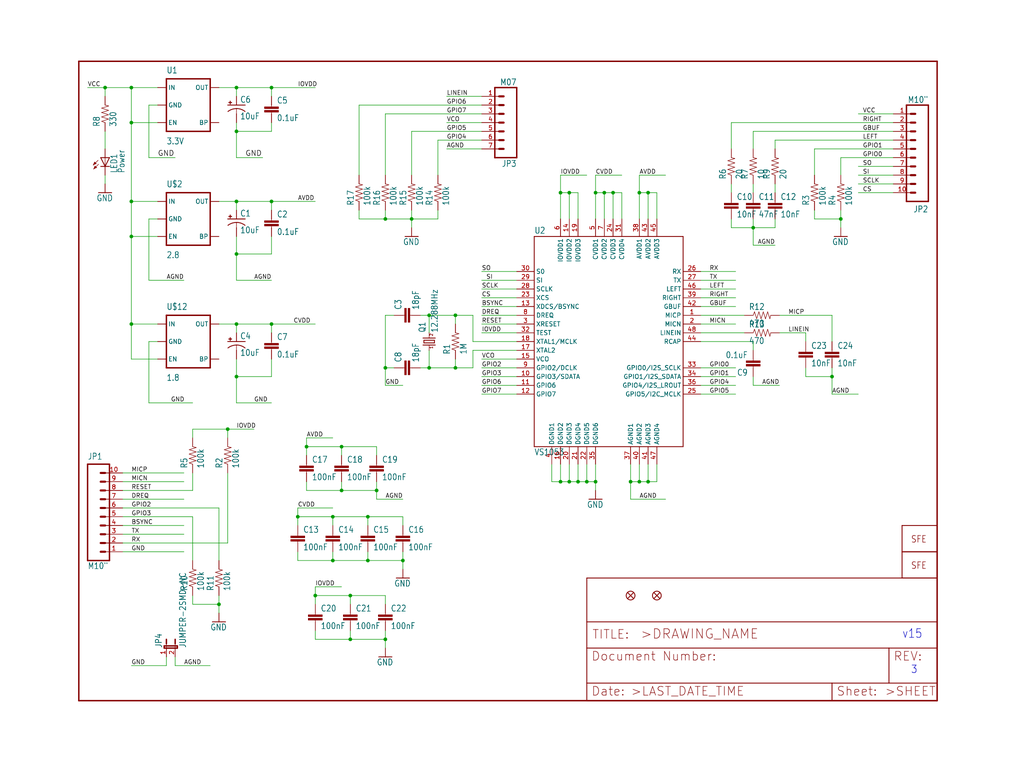
<source format=kicad_sch>
(kicad_sch (version 20211123) (generator eeschema)
  (paper "User" 297.002 223.926)
  (lib_symbols
    (symbol "schematicEagle-eagle-import:CAP0402-CAP"
      (property "Reference" "C" (at 1.524 2.921 0))
      (property "Value" "CAP0402-CAP" (at 1.524 -2.159 0))
      (symbol "CAP0402-CAP_1_0"
        (pin passive line (at 0 5.08 270) (length 2.54) (name "1") (number "1"))
        (pin passive line (at 0 -2.54 90) (length 2.54) (name "2") (number "2"))
      )
    )
    (symbol "schematicEagle-eagle-import:CAP_POL1206"
      (property "Reference" "C" (at 1.016 0.635 0))
      (property "Value" "CAP_POL1206" (at 1.016 -4.191 0))
      (symbol "CAP_POL1206_1_0"
        (pin passive line (at 0 2.54 270) (length 2.54) (name "+") (number "A"))
        (pin passive line (at 0 -5.08 90) (length 2.54) (name "-") (number "C"))
      )
    )
    (symbol "schematicEagle-eagle-import:CRYSTAL5X3"
      (property "Reference" "Y" (at 2.54 1.016 0))
      (property "Value" "CRYSTAL5X3" (at 2.54 -2.54 0))
      (symbol "CRYSTAL5X3_1_0"
        (text "1" (at -2.159 -1.143 0) (effects (font (size 0.8636 0.734)) (justify left bottom)))
        (text "2" (at 1.524 -1.143 0) (effects (font (size 0.8636 0.734)) (justify left bottom)))
        (pin passive line (at -2.54 0 0) (length 0) (name "1") (number "1"))
        (pin passive line (at 2.54 0 180) (length 0) (name "2") (number "3"))
      )
    )
    (symbol "schematicEagle-eagle-import:FIDUCIAL1X2")
    (symbol "schematicEagle-eagle-import:FRAME-LETTER"
      (symbol "FRAME-LETTER_2_0"
        (text ">DRAWING_NAME" (at 15.494 17.78 0) (effects (font (size 2.7432 2.7432)) (justify left bottom)))
        (text ">LAST_DATE_TIME" (at 12.7 1.27 0) (effects (font (size 2.54 2.54)) (justify left bottom)))
        (text ">SHEET" (at 86.36 1.27 0) (effects (font (size 2.54 2.54)) (justify left bottom)))
        (text "Date:" (at 1.27 1.27 0) (effects (font (size 2.54 2.54)) (justify left bottom)))
        (text "Document Number:" (at 1.27 11.43 0) (effects (font (size 2.54 2.54)) (justify left bottom)))
        (text "REV:" (at 88.9 11.43 0) (effects (font (size 2.54 2.54)) (justify left bottom)))
        (text "Sheet:" (at 72.39 1.27 0) (effects (font (size 2.54 2.54)) (justify left bottom)))
        (text "TITLE:" (at 1.524 17.78 0) (effects (font (size 2.54 2.54)) (justify left bottom)))
      )
    )
    (symbol "schematicEagle-eagle-import:GND" (power)
      (property "Value" "GND" (at -2.54 -2.54 0))
      (symbol "GND_1_0"
        (pin power_in line (at 0 2.54 270) (length 2.54) (name "GND") (number "1"))
      )
    )
    (symbol "schematicEagle-eagle-import:JUMPER-2SMD-NC"
      (property "Reference" "JP" (at -1.27 0 90))
      (property "Value" "JUMPER-2SMD-NC" (at 5.715 0 90))
      (symbol "JUMPER-2SMD-NC_1_0"
        (pin passive line (at 0 -2.54 90) (length 2.54) (name "1") (number "1"))
        (pin passive line (at 2.54 -2.54 90) (length 2.54) (name "2") (number "2"))
      )
    )
    (symbol "schematicEagle-eagle-import:LED0603"
      (property "Reference" "LED" (at 3.556 -4.572 90))
      (property "Value" "LED0603" (at 5.715 -4.572 90))
      (symbol "LED0603_1_0"
        (pin passive line (at 0 2.54 270) (length 2.54) (name "A") (number "A"))
        (pin passive line (at 0 -5.08 90) (length 2.54) (name "C") (number "C"))
      )
    )
    (symbol "schematicEagle-eagle-import:LOGO-SFENEW"
      (symbol "LOGO-SFENEW_1_0"
        (text "SFE" (at 0 0 0) (effects (font (size 1.9304 1.6408)) (justify left bottom)))
      )
    )
    (symbol "schematicEagle-eagle-import:LOGO-SFESK"
      (symbol "LOGO-SFESK_1_0"
        (text "SFE" (at 0 0 0) (effects (font (size 1.9304 1.6408)) (justify left bottom)))
      )
    )
    (symbol "schematicEagle-eagle-import:M07"
      (property "Reference" "JP" (at -5.08 13.462 0))
      (property "Value" "M07" (at -5.08 -10.16 0))
      (symbol "M07_1_0"
        (pin passive line (at 5.08 -5.08 180) (length 5.08) (name "1") (number "1"))
        (pin passive line (at 5.08 -2.54 180) (length 5.08) (name "2") (number "2"))
        (pin passive line (at 5.08 0 180) (length 5.08) (name "3") (number "3"))
        (pin passive line (at 5.08 2.54 180) (length 5.08) (name "4") (number "4"))
        (pin passive line (at 5.08 5.08 180) (length 5.08) (name "5") (number "5"))
        (pin passive line (at 5.08 7.62 180) (length 5.08) (name "6") (number "6"))
        (pin passive line (at 5.08 10.16 180) (length 5.08) (name "7") (number "7"))
      )
    )
    (symbol "schematicEagle-eagle-import:M10{dblquote}"
      (property "Reference" "JP" (at 0 8.89 0))
      (property "Value" "M10{dblquote}" (at 0 -22.86 0))
      (symbol "M10{dblquote}_1_0"
        (pin passive line (at 10.16 -17.78 180) (length 5.08) (name "1") (number "1"))
        (pin passive line (at 10.16 5.08 180) (length 5.08) (name "10") (number "10"))
        (pin passive line (at 10.16 -15.24 180) (length 5.08) (name "2") (number "2"))
        (pin passive line (at 10.16 -12.7 180) (length 5.08) (name "3") (number "3"))
        (pin passive line (at 10.16 -10.16 180) (length 5.08) (name "4") (number "4"))
        (pin passive line (at 10.16 -7.62 180) (length 5.08) (name "5") (number "5"))
        (pin passive line (at 10.16 -5.08 180) (length 5.08) (name "6") (number "6"))
        (pin passive line (at 10.16 -2.54 180) (length 5.08) (name "7") (number "7"))
        (pin passive line (at 10.16 0 180) (length 5.08) (name "8") (number "8"))
        (pin passive line (at 10.16 2.54 180) (length 5.08) (name "9") (number "9"))
      )
    )
    (symbol "schematicEagle-eagle-import:RESISTOR0402-RES"
      (property "Reference" "R" (at -3.81 1.4986 0))
      (property "Value" "RESISTOR0402-RES" (at -3.81 -3.302 0))
      (symbol "RESISTOR0402-RES_1_0"
        (pin passive line (at -5.08 0 0) (length 2.54) (name "1") (number "1"))
        (pin passive line (at 5.08 0 180) (length 2.54) (name "2") (number "2"))
      )
    )
    (symbol "schematicEagle-eagle-import:VS1033"
      (property "Reference" "U" (at 0 61.722 0))
      (property "Value" "VS1033" (at 0 -2.54 0))
      (symbol "VS1033_1_0"
        (pin bidirectional line (at 48.26 38.1 180) (length 5.08) (name "MICP") (number "1"))
        (pin bidirectional line (at -5.08 20.32 0) (length 5.08) (name "GPIO3/SDATA") (number "10"))
        (pin bidirectional line (at -5.08 17.78 0) (length 5.08) (name "GPIO6") (number "11"))
        (pin bidirectional line (at -5.08 15.24 0) (length 5.08) (name "GPIO7") (number "12"))
        (pin bidirectional line (at -5.08 40.64 0) (length 5.08) (name "XDCS/BSYNC") (number "13"))
        (pin bidirectional line (at 10.16 66.04 270) (length 5.08) (name "IOVDD2") (number "14"))
        (pin bidirectional line (at -5.08 25.4 0) (length 5.08) (name "VCO") (number "15"))
        (pin bidirectional line (at 7.62 -5.08 90) (length 5.08) (name "DGND2") (number "16"))
        (pin bidirectional line (at -5.08 27.94 0) (length 5.08) (name "XTAL2") (number "17"))
        (pin bidirectional line (at -5.08 30.48 0) (length 5.08) (name "XTAL1/MCLK") (number "18"))
        (pin bidirectional line (at 12.7 66.04 270) (length 5.08) (name "IOVDD3") (number "19"))
        (pin bidirectional line (at 48.26 35.56 180) (length 5.08) (name "MICN") (number "2"))
        (pin bidirectional line (at 10.16 -5.08 90) (length 5.08) (name "DGND3") (number "20"))
        (pin bidirectional line (at 12.7 -5.08 90) (length 5.08) (name "DGND4") (number "21"))
        (pin bidirectional line (at 15.24 -5.08 90) (length 5.08) (name "DGND5") (number "22"))
        (pin bidirectional line (at -5.08 43.18 0) (length 5.08) (name "XCS") (number "23"))
        (pin bidirectional line (at 22.86 66.04 270) (length 5.08) (name "CVDD3") (number "24"))
        (pin bidirectional line (at 48.26 15.24 180) (length 5.08) (name "GPIO5/I2C_MCLK") (number "25"))
        (pin bidirectional line (at 48.26 50.8 180) (length 5.08) (name "RX") (number "26"))
        (pin bidirectional line (at 48.26 48.26 180) (length 5.08) (name "TX") (number "27"))
        (pin bidirectional line (at -5.08 45.72 0) (length 5.08) (name "SCLK") (number "28"))
        (pin bidirectional line (at -5.08 48.26 0) (length 5.08) (name "SI") (number "29"))
        (pin bidirectional line (at -5.08 35.56 0) (length 5.08) (name "XRESET") (number "3"))
        (pin bidirectional line (at -5.08 50.8 0) (length 5.08) (name "S0") (number "30"))
        (pin bidirectional line (at 25.4 66.04 270) (length 5.08) (name "CVDD4") (number "31"))
        (pin bidirectional line (at -5.08 33.02 0) (length 5.08) (name "TEST") (number "32"))
        (pin bidirectional line (at 48.26 22.86 180) (length 5.08) (name "GPIO0/I2S_SCLK") (number "33"))
        (pin bidirectional line (at 48.26 20.32 180) (length 5.08) (name "GPIO1/I2S_SDATA") (number "34"))
        (pin bidirectional line (at 17.78 -5.08 90) (length 5.08) (name "DGND6") (number "35"))
        (pin bidirectional line (at 48.26 17.78 180) (length 5.08) (name "GPIO4/I2S_LROUT") (number "36"))
        (pin bidirectional line (at 27.94 -5.08 90) (length 5.08) (name "AGND1") (number "37"))
        (pin bidirectional line (at 30.48 66.04 270) (length 5.08) (name "AVDD1") (number "38"))
        (pin bidirectional line (at 48.26 43.18 180) (length 5.08) (name "RIGHT") (number "39"))
        (pin bidirectional line (at 5.08 -5.08 90) (length 5.08) (name "DGND1") (number "4"))
        (pin bidirectional line (at 30.48 -5.08 90) (length 5.08) (name "AGND2") (number "40"))
        (pin bidirectional line (at 33.02 -5.08 90) (length 5.08) (name "AGND3") (number "41"))
        (pin bidirectional line (at 48.26 40.64 180) (length 5.08) (name "GBUF") (number "42"))
        (pin bidirectional line (at 33.02 66.04 270) (length 5.08) (name "AVDD2") (number "43"))
        (pin bidirectional line (at 48.26 30.48 180) (length 5.08) (name "RCAP") (number "44"))
        (pin bidirectional line (at 35.56 66.04 270) (length 5.08) (name "AVDD3") (number "45"))
        (pin bidirectional line (at 48.26 45.72 180) (length 5.08) (name "LEFT") (number "46"))
        (pin bidirectional line (at 35.56 -5.08 90) (length 5.08) (name "AGND4") (number "47"))
        (pin bidirectional line (at 48.26 33.02 180) (length 5.08) (name "LINEIN") (number "48"))
        (pin bidirectional line (at 17.78 66.04 270) (length 5.08) (name "CVDD1") (number "5"))
        (pin bidirectional line (at 7.62 66.04 270) (length 5.08) (name "IOVDD1") (number "6"))
        (pin bidirectional line (at 20.32 66.04 270) (length 5.08) (name "CVDD2") (number "7"))
        (pin bidirectional line (at -5.08 38.1 0) (length 5.08) (name "DREQ") (number "8"))
        (pin bidirectional line (at -5.08 22.86 0) (length 5.08) (name "GPIO2/DCLK") (number "9"))
      )
    )
    (symbol "schematicEagle-eagle-import:V_REG_LDOSMD"
      (property "Reference" "U" (at -7.62 9.144 0))
      (property "Value" "V_REG_LDOSMD" (at -7.62 -11.43 0))
      (symbol "V_REG_LDOSMD_1_0"
        (pin input line (at -10.16 5.08 0) (length 2.54) (name "IN") (number "1"))
        (pin input line (at -10.16 0 0) (length 2.54) (name "GND") (number "2"))
        (pin input line (at -10.16 -5.08 0) (length 2.54) (name "EN") (number "3"))
        (pin input line (at 7.62 -5.08 180) (length 2.54) (name "BP") (number "4"))
        (pin passive line (at 7.62 5.08 180) (length 2.54) (name "OUT") (number "5"))
      )
    )
    (symbol "schematicEagle-eagle-import:V_REG_LDOSMD2"
      (property "Reference" "U" (at -7.62 9.144 0))
      (property "Value" "V_REG_LDOSMD2" (at -7.62 -11.43 0))
      (symbol "V_REG_LDOSMD2_1_0"
        (pin input line (at -10.16 5.08 0) (length 2.54) (name "IN") (number "1"))
        (pin input line (at -10.16 0 0) (length 2.54) (name "GND") (number "2"))
        (pin input line (at -10.16 -5.08 0) (length 2.54) (name "EN") (number "3"))
        (pin input line (at 7.62 -5.08 180) (length 2.54) (name "BP") (number "4"))
        (pin passive line (at 7.62 5.08 180) (length 2.54) (name "OUT") (number "5"))
      )
    )
  )
  (junction (at 109.22 142.24))
  (junction (at 30.48 25.4))
  (junction (at 88.9 129.54))
  (junction (at 96.52 149.86))
  (junction (at 106.68 162.56))
  (junction (at 177.8 55.88))
  (junction (at 167.64 139.7))
  (junction (at 68.58 58.42))
  (junction (at 66.04 124.46))
  (junction (at 165.1 139.7))
  (junction (at 38.1 58.42))
  (junction (at 101.6 172.72))
  (junction (at 165.1 55.88))
  (junction (at 172.72 139.7))
  (junction (at 106.68 149.86))
  (junction (at 99.06 129.54))
  (junction (at 68.58 25.4))
  (junction (at 38.1 35.56))
  (junction (at 218.44 66.04))
  (junction (at 124.46 91.44))
  (junction (at 111.76 63.5))
  (junction (at 132.08 106.68))
  (junction (at 187.96 139.7))
  (junction (at 182.88 139.7))
  (junction (at 116.84 162.56))
  (junction (at 78.74 58.42))
  (junction (at 170.18 139.7))
  (junction (at 119.38 63.5))
  (junction (at 78.74 25.4))
  (junction (at 187.96 55.88))
  (junction (at 111.76 185.42))
  (junction (at 68.58 73.66))
  (junction (at 96.52 162.56))
  (junction (at 38.1 68.58))
  (junction (at 185.42 55.88))
  (junction (at 101.6 185.42))
  (junction (at 124.46 106.68))
  (junction (at 78.74 93.98))
  (junction (at 38.1 25.4))
  (junction (at 241.3 109.22))
  (junction (at 91.44 172.72))
  (junction (at 175.26 55.88))
  (junction (at 162.56 139.7))
  (junction (at 111.76 106.68))
  (junction (at 68.58 109.22))
  (junction (at 185.42 139.7))
  (junction (at 38.1 93.98))
  (junction (at 162.56 55.88))
  (junction (at 68.58 38.1))
  (junction (at 99.06 142.24))
  (junction (at 86.36 149.86))
  (junction (at 172.72 55.88))
  (junction (at 132.08 91.44))
  (junction (at 68.58 93.98))
  (junction (at 243.84 63.5))
  (junction (at 63.5 175.26))
  (wire (pts (xy 119.38 38.1) (xy 139.7 38.1)))
  (wire (pts (xy 68.58 60.96) (xy 68.58 58.42)))
  (wire (pts (xy 104.14 30.48) (xy 104.14 50.8)))
  (wire (pts (xy 170.18 134.62) (xy 170.18 139.7)))
  (wire (pts (xy 175.26 55.88) (xy 172.72 55.88)))
  (wire (pts (xy 35.56 142.24) (xy 55.88 142.24)))
  (wire (pts (xy 106.68 162.56) (xy 106.68 160.02)))
  (wire (pts (xy 63.5 175.26) (xy 63.5 177.8)))
  (wire (pts (xy 111.76 111.76) (xy 116.84 111.76)))
  (wire (pts (xy 162.56 134.62) (xy 162.56 139.7)))
  (wire (pts (xy 88.9 132.08) (xy 88.9 129.54)))
  (wire (pts (xy 236.22 43.18) (xy 259.08 43.18)))
  (wire (pts (xy 149.86 109.22) (xy 139.7 109.22)))
  (wire (pts (xy 124.46 96.52) (xy 124.46 91.44)))
  (wire (pts (xy 78.74 27.94) (xy 78.74 25.4)))
  (wire (pts (xy 212.09 66.04) (xy 212.09 63.5)))
  (wire (pts (xy 101.6 175.26) (xy 101.6 172.72)))
  (wire (pts (xy 55.88 124.46) (xy 66.04 124.46)))
  (wire (pts (xy 241.3 91.44) (xy 226.06 91.44)))
  (wire (pts (xy 224.79 53.34) (xy 224.79 55.88)))
  (wire (pts (xy 106.68 149.86) (xy 96.52 149.86)))
  (wire (pts (xy 106.68 162.56) (xy 116.84 162.56)))
  (wire (pts (xy 55.88 142.24) (xy 55.88 137.16)))
  (wire (pts (xy 96.52 152.4) (xy 96.52 149.86)))
  (wire (pts (xy 203.2 109.22) (xy 213.36 109.22)))
  (wire (pts (xy 149.86 96.52) (xy 139.7 96.52)))
  (wire (pts (xy 43.18 45.72) (xy 50.8 45.72)))
  (wire (pts (xy 236.22 63.5) (xy 243.84 63.5)))
  (wire (pts (xy 259.08 33.02) (xy 248.92 33.02)))
  (wire (pts (xy 68.58 109.22) (xy 68.58 116.84)))
  (wire (pts (xy 111.76 106.68) (xy 111.76 111.76)))
  (wire (pts (xy 88.9 139.7) (xy 88.9 142.24)))
  (wire (pts (xy 78.74 60.96) (xy 78.74 58.42)))
  (wire (pts (xy 30.48 25.4) (xy 25.4 25.4)))
  (wire (pts (xy 35.56 144.78) (xy 53.34 144.78)))
  (wire (pts (xy 124.46 101.6) (xy 124.46 106.68)))
  (wire (pts (xy 177.8 55.88) (xy 175.26 55.88)))
  (wire (pts (xy 241.3 114.3) (xy 248.92 114.3)))
  (wire (pts (xy 218.44 66.04) (xy 212.09 66.04)))
  (wire (pts (xy 180.34 55.88) (xy 177.8 55.88)))
  (wire (pts (xy 63.5 172.72) (xy 63.5 175.26)))
  (wire (pts (xy 185.42 55.88) (xy 187.96 55.88)))
  (wire (pts (xy 68.58 81.28) (xy 78.74 81.28)))
  (wire (pts (xy 241.3 114.3) (xy 241.3 109.22)))
  (wire (pts (xy 187.96 55.88) (xy 190.5 55.88)))
  (wire (pts (xy 218.44 63.5) (xy 218.44 66.04)))
  (wire (pts (xy 119.38 63.5) (xy 119.38 66.04)))
  (wire (pts (xy 149.86 86.36) (xy 139.7 86.36)))
  (wire (pts (xy 63.5 93.98) (xy 68.58 93.98)))
  (wire (pts (xy 78.74 68.58) (xy 78.74 73.66)))
  (wire (pts (xy 218.44 111.76) (xy 226.06 111.76)))
  (wire (pts (xy 167.64 139.7) (xy 170.18 139.7)))
  (wire (pts (xy 127 40.64) (xy 139.7 40.64)))
  (wire (pts (xy 172.72 142.24) (xy 172.72 139.7)))
  (wire (pts (xy 43.18 30.48) (xy 43.18 45.72)))
  (wire (pts (xy 149.86 106.68) (xy 139.7 106.68)))
  (wire (pts (xy 149.86 88.9) (xy 139.7 88.9)))
  (wire (pts (xy 172.72 55.88) (xy 172.72 63.5)))
  (wire (pts (xy 137.16 91.44) (xy 137.16 99.06)))
  (wire (pts (xy 203.2 86.36) (xy 213.36 86.36)))
  (wire (pts (xy 91.44 185.42) (xy 101.6 185.42)))
  (wire (pts (xy 43.18 63.5) (xy 43.18 81.28)))
  (wire (pts (xy 241.3 109.22) (xy 233.68 109.22)))
  (wire (pts (xy 259.08 48.26) (xy 248.92 48.26)))
  (wire (pts (xy 203.2 88.9) (xy 213.36 88.9)))
  (wire (pts (xy 91.44 170.18) (xy 99.06 170.18)))
  (wire (pts (xy 190.5 139.7) (xy 190.5 134.62)))
  (wire (pts (xy 96.52 162.56) (xy 96.52 160.02)))
  (wire (pts (xy 99.06 129.54) (xy 109.22 129.54)))
  (wire (pts (xy 55.88 172.72) (xy 55.88 175.26)))
  (wire (pts (xy 162.56 50.8) (xy 170.18 50.8)))
  (wire (pts (xy 185.42 139.7) (xy 187.96 139.7)))
  (wire (pts (xy 45.72 104.14) (xy 38.1 104.14)))
  (wire (pts (xy 132.08 104.14) (xy 132.08 106.68)))
  (wire (pts (xy 106.68 152.4) (xy 106.68 149.86)))
  (wire (pts (xy 63.5 147.32) (xy 63.5 162.56)))
  (wire (pts (xy 88.9 142.24) (xy 99.06 142.24)))
  (wire (pts (xy 203.2 114.3) (xy 213.36 114.3)))
  (wire (pts (xy 259.08 50.8) (xy 248.92 50.8)))
  (wire (pts (xy 35.56 152.4) (xy 53.34 152.4)))
  (wire (pts (xy 101.6 185.42) (xy 111.76 185.42)))
  (wire (pts (xy 124.46 106.68) (xy 121.92 106.68)))
  (wire (pts (xy 190.5 55.88) (xy 190.5 63.5)))
  (wire (pts (xy 175.26 63.5) (xy 175.26 55.88)))
  (wire (pts (xy 259.08 55.88) (xy 248.92 55.88)))
  (wire (pts (xy 86.36 162.56) (xy 96.52 162.56)))
  (wire (pts (xy 119.38 38.1) (xy 119.38 50.8)))
  (wire (pts (xy 68.58 25.4) (xy 78.74 25.4)))
  (wire (pts (xy 160.02 139.7) (xy 162.56 139.7)))
  (wire (pts (xy 119.38 63.5) (xy 127 63.5)))
  (wire (pts (xy 55.88 127) (xy 55.88 124.46)))
  (wire (pts (xy 215.9 96.52) (xy 203.2 96.52)))
  (wire (pts (xy 172.72 134.62) (xy 172.72 139.7)))
  (wire (pts (xy 35.56 154.94) (xy 53.34 154.94)))
  (wire (pts (xy 68.58 45.72) (xy 76.2 45.72)))
  (wire (pts (xy 78.74 96.52) (xy 78.74 93.98)))
  (wire (pts (xy 86.36 147.32) (xy 96.52 147.32)))
  (wire (pts (xy 45.72 35.56) (xy 38.1 35.56)))
  (wire (pts (xy 233.68 96.52) (xy 233.68 99.06)))
  (wire (pts (xy 182.88 139.7) (xy 182.88 144.78)))
  (wire (pts (xy 30.48 43.18) (xy 30.48 38.1)))
  (wire (pts (xy 182.88 134.62) (xy 182.88 139.7)))
  (wire (pts (xy 177.8 63.5) (xy 177.8 55.88)))
  (wire (pts (xy 45.72 30.48) (xy 43.18 30.48)))
  (wire (pts (xy 91.44 175.26) (xy 91.44 172.72)))
  (wire (pts (xy 109.22 142.24) (xy 109.22 139.7)))
  (wire (pts (xy 162.56 139.7) (xy 165.1 139.7)))
  (wire (pts (xy 86.36 160.02) (xy 86.36 162.56)))
  (wire (pts (xy 30.48 25.4) (xy 30.48 27.94)))
  (wire (pts (xy 111.76 106.68) (xy 114.3 106.68)))
  (wire (pts (xy 167.64 134.62) (xy 167.64 139.7)))
  (wire (pts (xy 187.96 63.5) (xy 187.96 55.88)))
  (wire (pts (xy 185.42 134.62) (xy 185.42 139.7)))
  (wire (pts (xy 68.58 38.1) (xy 68.58 45.72)))
  (wire (pts (xy 224.79 40.64) (xy 259.08 40.64)))
  (wire (pts (xy 91.44 182.88) (xy 91.44 185.42)))
  (wire (pts (xy 127 40.64) (xy 127 50.8)))
  (wire (pts (xy 68.58 58.42) (xy 78.74 58.42)))
  (wire (pts (xy 38.1 35.56) (xy 38.1 25.4)))
  (wire (pts (xy 78.74 35.56) (xy 78.74 38.1)))
  (wire (pts (xy 38.1 104.14) (xy 38.1 93.98)))
  (wire (pts (xy 116.84 152.4) (xy 116.84 149.86)))
  (wire (pts (xy 132.08 91.44) (xy 137.16 91.44)))
  (wire (pts (xy 96.52 149.86) (xy 86.36 149.86)))
  (wire (pts (xy 243.84 45.72) (xy 259.08 45.72)))
  (wire (pts (xy 124.46 91.44) (xy 132.08 91.44)))
  (wire (pts (xy 212.09 43.18) (xy 212.09 35.56)))
  (wire (pts (xy 68.58 27.94) (xy 68.58 25.4)))
  (wire (pts (xy 139.7 27.94) (xy 129.54 27.94)))
  (wire (pts (xy 50.8 193.04) (xy 60.96 193.04)))
  (wire (pts (xy 38.1 35.56) (xy 38.1 58.42)))
  (wire (pts (xy 215.9 91.44) (xy 203.2 91.44)))
  (wire (pts (xy 68.58 68.58) (xy 68.58 73.66)))
  (wire (pts (xy 172.72 55.88) (xy 172.72 50.8)))
  (wire (pts (xy 119.38 63.5) (xy 119.38 60.96)))
  (wire (pts (xy 224.79 66.04) (xy 218.44 66.04)))
  (wire (pts (xy 185.42 63.5) (xy 185.42 55.88)))
  (wire (pts (xy 78.74 73.66) (xy 68.58 73.66)))
  (wire (pts (xy 165.1 139.7) (xy 167.64 139.7)))
  (wire (pts (xy 109.22 144.78) (xy 116.84 144.78)))
  (wire (pts (xy 212.09 53.34) (xy 212.09 55.88)))
  (wire (pts (xy 111.76 33.02) (xy 139.7 33.02)))
  (wire (pts (xy 167.64 55.88) (xy 165.1 55.88)))
  (wire (pts (xy 91.44 172.72) (xy 101.6 172.72)))
  (wire (pts (xy 45.72 99.06) (xy 43.18 99.06)))
  (wire (pts (xy 50.8 190.5) (xy 50.8 193.04)))
  (wire (pts (xy 137.16 101.6) (xy 137.16 106.68)))
  (wire (pts (xy 111.76 63.5) (xy 111.76 60.96)))
  (wire (pts (xy 43.18 81.28) (xy 53.34 81.28)))
  (wire (pts (xy 55.88 149.86) (xy 55.88 162.56)))
  (wire (pts (xy 68.58 93.98) (xy 78.74 93.98)))
  (wire (pts (xy 78.74 38.1) (xy 68.58 38.1)))
  (wire (pts (xy 243.84 60.96) (xy 243.84 63.5)))
  (wire (pts (xy 88.9 129.54) (xy 88.9 127)))
  (wire (pts (xy 35.56 147.32) (xy 63.5 147.32)))
  (wire (pts (xy 78.74 109.22) (xy 78.74 104.14)))
  (wire (pts (xy 35.56 149.86) (xy 55.88 149.86)))
  (wire (pts (xy 243.84 63.5) (xy 243.84 66.04)))
  (wire (pts (xy 218.44 109.22) (xy 218.44 111.76)))
  (wire (pts (xy 170.18 139.7) (xy 172.72 139.7)))
  (wire (pts (xy 86.36 149.86) (xy 86.36 152.4)))
  (wire (pts (xy 149.86 83.82) (xy 139.7 83.82)))
  (wire (pts (xy 224.79 43.18) (xy 224.79 40.64)))
  (wire (pts (xy 48.26 193.04) (xy 38.1 193.04)))
  (wire (pts (xy 162.56 55.88) (xy 162.56 50.8)))
  (wire (pts (xy 68.58 73.66) (xy 68.58 81.28)))
  (wire (pts (xy 160.02 134.62) (xy 160.02 139.7)))
  (wire (pts (xy 203.2 81.28) (xy 213.36 81.28)))
  (wire (pts (xy 38.1 93.98) (xy 38.1 68.58)))
  (wire (pts (xy 68.58 35.56) (xy 68.58 38.1)))
  (wire (pts (xy 218.44 38.1) (xy 218.44 43.18)))
  (wire (pts (xy 182.88 144.78) (xy 193.04 144.78)))
  (wire (pts (xy 68.58 116.84) (xy 78.74 116.84)))
  (wire (pts (xy 187.96 139.7) (xy 190.5 139.7)))
  (wire (pts (xy 86.36 149.86) (xy 86.36 147.32)))
  (wire (pts (xy 78.74 93.98) (xy 91.44 93.98)))
  (wire (pts (xy 241.3 109.22) (xy 241.3 106.68)))
  (wire (pts (xy 180.34 63.5) (xy 180.34 55.88)))
  (wire (pts (xy 68.58 96.52) (xy 68.58 93.98)))
  (wire (pts (xy 259.08 53.34) (xy 248.92 53.34)))
  (wire (pts (xy 116.84 165.1) (xy 116.84 162.56)))
  (wire (pts (xy 111.76 91.44) (xy 111.76 106.68)))
  (wire (pts (xy 218.44 53.34) (xy 218.44 55.88)))
  (wire (pts (xy 109.22 144.78) (xy 109.22 142.24)))
  (wire (pts (xy 172.72 50.8) (xy 180.34 50.8)))
  (wire (pts (xy 149.86 81.28) (xy 139.7 81.28)))
  (wire (pts (xy 132.08 93.98) (xy 132.08 91.44)))
  (wire (pts (xy 35.56 157.48) (xy 66.04 157.48)))
  (wire (pts (xy 226.06 96.52) (xy 233.68 96.52)))
  (wire (pts (xy 127 63.5) (xy 127 60.96)))
  (wire (pts (xy 43.18 116.84) (xy 55.88 116.84)))
  (wire (pts (xy 218.44 99.06) (xy 218.44 101.6)))
  (wire (pts (xy 137.16 106.68) (xy 132.08 106.68)))
  (wire (pts (xy 88.9 129.54) (xy 99.06 129.54)))
  (wire (pts (xy 111.76 172.72) (xy 111.76 175.26)))
  (wire (pts (xy 139.7 35.56) (xy 129.54 35.56)))
  (wire (pts (xy 149.86 91.44) (xy 139.7 91.44)))
  (wire (pts (xy 68.58 104.14) (xy 68.58 109.22)))
  (wire (pts (xy 111.76 187.96) (xy 111.76 185.42)))
  (wire (pts (xy 38.1 25.4) (xy 45.72 25.4)))
  (wire (pts (xy 187.96 134.62) (xy 187.96 139.7)))
  (wire (pts (xy 224.79 63.5) (xy 224.79 66.04)))
  (wire (pts (xy 203.2 93.98) (xy 213.36 93.98)))
  (wire (pts (xy 66.04 157.48) (xy 66.04 137.16)))
  (wire (pts (xy 212.09 35.56) (xy 259.08 35.56)))
  (wire (pts (xy 259.08 38.1) (xy 218.44 38.1)))
  (wire (pts (xy 78.74 25.4) (xy 91.44 25.4)))
  (wire (pts (xy 149.86 78.74) (xy 139.7 78.74)))
  (wire (pts (xy 63.5 25.4) (xy 68.58 25.4)))
  (wire (pts (xy 96.52 162.56) (xy 106.68 162.56)))
  (wire (pts (xy 91.44 172.72) (xy 91.44 170.18)))
  (wire (pts (xy 101.6 182.88) (xy 101.6 185.42)))
  (wire (pts (xy 203.2 83.82) (xy 213.36 83.82)))
  (wire (pts (xy 66.04 124.46) (xy 73.66 124.46)))
  (wire (pts (xy 243.84 45.72) (xy 243.84 50.8)))
  (wire (pts (xy 111.76 185.42) (xy 111.76 182.88)))
  (wire (pts (xy 236.22 43.18) (xy 236.22 50.8)))
  (wire (pts (xy 38.1 25.4) (xy 30.48 25.4)))
  (wire (pts (xy 45.72 93.98) (xy 38.1 93.98)))
  (wire (pts (xy 149.86 111.76) (xy 139.7 111.76)))
  (wire (pts (xy 167.64 63.5) (xy 167.64 55.88)))
  (wire (pts (xy 165.1 63.5) (xy 165.1 55.88)))
  (wire (pts (xy 109.22 129.54) (xy 109.22 132.08)))
  (wire (pts (xy 116.84 162.56) (xy 116.84 160.02)))
  (wire (pts (xy 149.86 104.14) (xy 139.7 104.14)))
  (wire (pts (xy 149.86 101.6) (xy 137.16 101.6)))
  (wire (pts (xy 99.06 142.24) (xy 109.22 142.24)))
  (wire (pts (xy 182.88 139.7) (xy 185.42 139.7)))
  (wire (pts (xy 111.76 63.5) (xy 119.38 63.5)))
  (wire (pts (xy 165.1 134.62) (xy 165.1 139.7)))
  (wire (pts (xy 35.56 137.16) (xy 53.34 137.16)))
  (wire (pts (xy 38.1 58.42) (xy 45.72 58.42)))
  (wire (pts (xy 43.18 99.06) (xy 43.18 116.84)))
  (wire (pts (xy 88.9 127) (xy 96.52 127)))
  (wire (pts (xy 149.86 93.98) (xy 139.7 93.98)))
  (wire (pts (xy 63.5 58.42) (xy 68.58 58.42)))
  (wire (pts (xy 185.42 55.88) (xy 185.42 50.8)))
  (wire (pts (xy 203.2 78.74) (xy 213.36 78.74)))
  (wire (pts (xy 241.3 91.44) (xy 241.3 99.06)))
  (wire (pts (xy 121.92 91.44) (xy 124.46 91.44)))
  (wire (pts (xy 66.04 127) (xy 66.04 124.46)))
  (wire (pts (xy 30.48 53.34) (xy 30.48 50.8)))
  (wire (pts (xy 38.1 68.58) (xy 45.72 68.58)))
  (wire (pts (xy 132.08 106.68) (xy 124.46 106.68)))
  (wire (pts (xy 104.14 30.48) (xy 139.7 30.48)))
  (wire (pts (xy 78.74 58.42) (xy 91.44 58.42)))
  (wire (pts (xy 101.6 172.72) (xy 111.76 172.72)))
  (wire (pts (xy 99.06 132.08) (xy 99.06 129.54)))
  (wire (pts (xy 218.44 66.04) (xy 218.44 71.12)))
  (wire (pts (xy 68.58 109.22) (xy 78.74 109.22)))
  (wire (pts (xy 35.56 139.7) (xy 53.34 139.7)))
  (wire (pts (xy 185.42 50.8) (xy 193.04 50.8)))
  (wire (pts (xy 111.76 33.02) (xy 111.76 50.8)))
  (wire (pts (xy 236.22 60.96) (xy 236.22 63.5)))
  (wire (pts (xy 129.54 43.18) (xy 139.7 43.18)))
  (wire (pts (xy 203.2 111.76) (xy 213.36 111.76)))
  (wire (pts (xy 99.06 142.24) (xy 99.06 139.7)))
  (wire (pts (xy 162.56 55.88) (xy 162.56 63.5)))
  (wire (pts (xy 165.1 55.88) (xy 162.56 55.88)))
  (wire (pts (xy 45.72 63.5) (xy 43.18 63.5)))
  (wire (pts (xy 35.56 160.02) (xy 53.34 160.02)))
  (wire (pts (xy 48.26 190.5) (xy 48.26 193.04)))
  (wire (pts (xy 233.68 109.22) (xy 233.68 106.68)))
  (wire (pts (xy 203.2 99.06) (xy 218.44 99.06)))
  (wire (pts (xy 55.88 175.26) (xy 63.5 175.26)))
  (wire (pts (xy 218.44 71.12) (xy 224.79 71.12)))
  (wire (pts (xy 203.2 106.68) (xy 213.36 106.68)))
  (wire (pts (xy 116.84 149.86) (xy 106.68 149.86)))
  (wire (pts (xy 104.14 60.96) (xy 104.14 63.5)))
  (wire (pts (xy 104.14 63.5) (xy 111.76 63.5)))
  (wire (pts (xy 137.16 99.06) (xy 149.86 99.06)))
  (wire (pts (xy 38.1 58.42) (xy 38.1 68.58)))
  (wire (pts (xy 149.86 114.3) (xy 139.7 114.3)))
  (wire (pts (xy 114.3 91.44) (xy 111.76 91.44)))
  (text "3" (at 264.16 195.58 180) (effects (font (size 2.1844 1.8567)) (justify left bottom)))
  (text "v15" (at 261.62 185.42 180) (effects (font (size 2.54 2.159)) (justify left bottom)))
  (label "GPIO2" (at 38.1 147.32 0) (effects (font (size 1.2446 1.2446))))
  (label "RESET" (at 38.1 142.24 0) (effects (font (size 1.2446 1.2446))))
  (label "VCO" (at 129.54 35.56 0) (effects (font (size 1.2446 1.2446))))
  (label "IOVDD" (at 91.44 170.18 0) (effects (font (size 1.2446 1.2446))))
  (label "GPIO0" (at 205.74 106.68 0) (effects (font (size 1.2446 1.2446))))
  (label "GBUF" (at 205.74 88.9 0) (effects (font (size 1.2446 1.2446))))
  (label "DREQ" (at 38.1 144.78 0) (effects (font (size 1.2446 1.2446))))
  (label "SO" (at 250.19 48.26 0) (effects (font (size 1.2446 1.2446))))
  (label "AGND" (at 219.71 71.12 0) (effects (font (size 1.2446 1.2446))))
  (label "SI" (at 140.97 81.28 0) (effects (font (size 1.2446 1.2446))))
  (label "GPIO6" (at 139.7 111.76 0) (effects (font (size 1.2446 1.2446))))
  (label "GND" (at 73.66 116.84 0) (effects (font (size 1.2446 1.2446))))
  (label "AVDD" (at 185.42 50.8 0) (effects (font (size 1.2446 1.2446))))
  (label "CS" (at 139.7 86.36 0) (effects (font (size 1.2446 1.2446))))
  (label "LEFT" (at 250.19 40.64 0) (effects (font (size 1.2446 1.2446))))
  (label "DREQ" (at 139.7 91.44 0) (effects (font (size 1.2446 1.2446))))
  (label "AGND" (at 129.54 43.18 0) (effects (font (size 1.2446 1.2446))))
  (label "AVDD" (at 88.9 127 0) (effects (font (size 1.2446 1.2446))))
  (label "RIGHT" (at 250.19 35.56 0) (effects (font (size 1.2446 1.2446))))
  (label "IOVDD" (at 139.7 96.52 0) (effects (font (size 1.2446 1.2446))))
  (label "GND" (at 71.12 45.72 0) (effects (font (size 1.5291 1.5291))))
  (label "TX" (at 205.74 81.28 0) (effects (font (size 1.2446 1.2446))))
  (label "MICP" (at 38.1 137.16 0) (effects (font (size 1.2446 1.2446))))
  (label "VCC" (at 250.19 33.02 0) (effects (font (size 1.2446 1.2446))))
  (label "SCLK" (at 250.19 53.34 0) (effects (font (size 1.2446 1.2446))))
  (label "AGND" (at 48.26 81.28 0) (effects (font (size 1.2446 1.2446))))
  (label "IOVDD" (at 68.58 124.46 0) (effects (font (size 1.2446 1.2446))))
  (label "RX" (at 205.74 78.74 0) (effects (font (size 1.2446 1.2446))))
  (label "VCC" (at 25.4 25.4 0) (effects (font (size 1.2446 1.2446))))
  (label "IOVDD" (at 86.36 25.4 0) (effects (font (size 1.2446 1.2446))))
  (label "GPIO6" (at 129.54 30.48 0) (effects (font (size 1.2446 1.2446))))
  (label "MICN" (at 38.1 139.7 0) (effects (font (size 1.2446 1.2446))))
  (label "GND" (at 38.1 160.02 0) (effects (font (size 1.2446 1.2446))))
  (label "GND" (at 38.1 193.04 0) (effects (font (size 1.2446 1.2446))))
  (label "BSYNC" (at 139.7 88.9 0) (effects (font (size 1.2446 1.2446))))
  (label "GPIO1" (at 250.19 43.18 0) (effects (font (size 1.2446 1.2446))))
  (label "AGND" (at 111.76 144.78 0) (effects (font (size 1.2446 1.2446))))
  (label "AGND" (at 185.42 144.78 0) (effects (font (size 1.2446 1.2446))))
  (label "CS" (at 250.19 55.88 0) (effects (font (size 1.2446 1.2446))))
  (label "LEFT" (at 205.74 83.82 0) (effects (font (size 1.2446 1.2446))))
  (label "GBUF" (at 250.19 38.1 0) (effects (font (size 1.2446 1.2446))))
  (label "LINEIN" (at 129.54 27.94 0) (effects (font (size 1.2446 1.2446))))
  (label "GND" (at 49.53 116.84 0) (effects (font (size 1.2446 1.2446))))
  (label "GPIO3" (at 38.1 149.86 0) (effects (font (size 1.2446 1.2446))))
  (label "CVDD" (at 86.36 147.32 0) (effects (font (size 1.2446 1.2446))))
  (label "VCO" (at 139.7 104.14 0) (effects (font (size 1.2446 1.2446))))
  (label "GPIO5" (at 205.74 114.3 0) (effects (font (size 1.2446 1.2446))))
  (label "GPIO2" (at 139.7 106.68 0) (effects (font (size 1.2446 1.2446))))
  (label "RIGHT" (at 205.74 86.36 0) (effects (font (size 1.2446 1.2446))))
  (label "AGND" (at 220.98 111.76 0) (effects (font (size 1.2446 1.2446))))
  (label "GPIO5" (at 129.54 38.1 0) (effects (font (size 1.2446 1.2446))))
  (label "AVDD" (at 86.36 58.42 0) (effects (font (size 1.2446 1.2446))))
  (label "GPIO4" (at 129.54 40.64 0) (effects (font (size 1.2446 1.2446))))
  (label "BSYNC" (at 38.1 152.4 0) (effects (font (size 1.2446 1.2446))))
  (label "MICP" (at 228.6 91.44 0) (effects (font (size 1.2446 1.2446))))
  (label "AGND" (at 53.34 193.04 0) (effects (font (size 1.2446 1.2446))))
  (label "MICN" (at 205.74 93.98 0) (effects (font (size 1.2446 1.2446))))
  (label "GPIO3" (at 139.7 109.22 0) (effects (font (size 1.2446 1.2446))))
  (label "IOVDD" (at 162.56 50.8 0) (effects (font (size 1.2446 1.2446))))
  (label "CVDD" (at 85.09 93.98 0) (effects (font (size 1.2446 1.2446))))
  (label "RX" (at 38.1 157.48 0) (effects (font (size 1.2446 1.2446))))
  (label "AGND" (at 241.3 114.3 0) (effects (font (size 1.2446 1.2446))))
  (label "TX" (at 38.1 154.94 0) (effects (font (size 1.2446 1.2446))))
  (label "GPIO7" (at 129.54 33.02 0) (effects (font (size 1.2446 1.2446))))
  (label "SI" (at 250.19 50.8 0) (effects (font (size 1.2446 1.2446))))
  (label "RESET" (at 139.7 93.98 0) (effects (font (size 1.2446 1.2446))))
  (label "GPIO7" (at 139.7 114.3 0) (effects (font (size 1.2446 1.2446))))
  (label "GPIO0" (at 250.19 45.72 0) (effects (font (size 1.2446 1.2446))))
  (label "GPIO1" (at 205.74 109.22 0) (effects (font (size 1.2446 1.2446))))
  (label "GND" (at 45.72 45.72 0) (effects (font (size 1.5291 1.5291))))
  (label "CVDD" (at 172.72 50.8 0) (effects (font (size 1.2446 1.2446))))
  (label "LINEIN" (at 228.6 96.52 0) (effects (font (size 1.2446 1.2446))))
  (label "AGND" (at 73.66 81.28 0) (effects (font (size 1.2446 1.2446))))
  (label "SCLK" (at 139.7 83.82 0) (effects (font (size 1.2446 1.2446))))
  (label "GPIO4" (at 205.74 111.76 0) (effects (font (size 1.2446 1.2446))))
  (label "SO" (at 139.7 78.74 0) (effects (font (size 1.2446 1.2446))))
  (label "GND" (at 111.76 111.76 0) (effects (font (size 1.2446 1.2446))))
  (symbol (lib_id "schematicEagle-eagle-import:CAP_POL1206") (at 68.58 63.5 0) (unit 1)
    (property "Reference" "C1" (at 69.596 62.865 0) (effects (font (size 1.778 1.5113)) (justify left bottom)))
    (property "Value" "10uF" (at 69.596 67.691 0) (effects (font (size 1.778 1.5113)) (justify left bottom)))
    (property "Footprint" "schematicEagle:EIA3216" (effects hide))
  )
  (symbol (lib_id "schematicEagle-eagle-import:RESISTOR0402-RES") (at 55.88 132.08 90) (unit 1)
    (property "Reference" "R5" (at 54.3814 135.89 0) (effects (font (size 1.778 1.5113)) (justify left bottom)))
    (property "Value" "100k" (at 59.182 135.89 0) (effects (font (size 1.778 1.5113)) (justify left bottom)))
    (property "Footprint" "schematicEagle:0402-RES" (effects hide))
  )
  (symbol (lib_id "schematicEagle-eagle-import:RESISTOR0402-RES") (at 66.04 132.08 90) (unit 1)
    (property "Reference" "R2" (at 64.5414 135.89 0) (effects (font (size 1.778 1.5113)) (justify left bottom)))
    (property "Value" "100k" (at 69.342 135.89 0) (effects (font (size 1.778 1.5113)) (justify left bottom)))
    (property "Footprint" "schematicEagle:0402-RES" (effects hide))
  )
  (symbol (lib_id "schematicEagle-eagle-import:CAP0402-CAP") (at 116.84 157.48 0) (unit 1)
    (property "Reference" "C16" (at 118.364 154.559 0) (effects (font (size 1.778 1.5113)) (justify left bottom)))
    (property "Value" "100nF" (at 118.364 159.639 0) (effects (font (size 1.778 1.5113)) (justify left bottom)))
    (property "Footprint" "schematicEagle:0402-CAP" (effects hide))
  )
  (symbol (lib_id "schematicEagle-eagle-import:CRYSTAL5X3") (at 124.46 99.06 90) (unit 1)
    (property "Reference" "Q1" (at 123.444 96.52 0) (effects (font (size 1.778 1.5113)) (justify left bottom)))
    (property "Value" "12.288MHz" (at 127 96.52 0) (effects (font (size 1.778 1.5113)) (justify left bottom)))
    (property "Footprint" "schematicEagle:CRYSTAL-SMD-5X3" (effects hide))
  )
  (symbol (lib_id "schematicEagle-eagle-import:RESISTOR0402-RES") (at 127 55.88 90) (unit 1)
    (property "Reference" "R14" (at 125.5014 59.69 0) (effects (font (size 1.778 1.5113)) (justify left bottom)))
    (property "Value" "100k" (at 130.302 59.69 0) (effects (font (size 1.778 1.5113)) (justify left bottom)))
    (property "Footprint" "schematicEagle:0402-RES" (effects hide))
  )
  (symbol (lib_id "schematicEagle-eagle-import:GND") (at 119.38 68.58 0) (unit 1)
    (property "Reference" "#GND6" (effects hide))
    (property "Value" "GND" (at 116.84 71.12 0) (effects (font (size 1.778 1.5113)) (justify left bottom)))
    (property "Footprint" "schematicEagle:" (effects hide))
  )
  (symbol (lib_id "schematicEagle-eagle-import:FIDUCIAL1X2") (at 182.88 172.72 0) (unit 1)
    (property "Reference" "U$4" (effects hide))
    (property "Value" "FIDUCIAL1X2" (effects hide))
    (property "Footprint" "schematicEagle:FIDUCIAL-1X2" (effects hide))
  )
  (symbol (lib_id "schematicEagle-eagle-import:RESISTOR0402-RES") (at 220.98 91.44 0) (unit 1)
    (property "Reference" "R12" (at 217.17 89.9414 0) (effects (font (size 1.778 1.5113)) (justify left bottom)))
    (property "Value" "470" (at 217.17 94.742 0) (effects (font (size 1.778 1.5113)) (justify left bottom)))
    (property "Footprint" "schematicEagle:0402-RES" (effects hide))
  )
  (symbol (lib_id "schematicEagle-eagle-import:GND") (at 116.84 167.64 0) (unit 1)
    (property "Reference" "#GND3" (effects hide))
    (property "Value" "GND" (at 114.3 170.18 0) (effects (font (size 1.778 1.5113)) (justify left bottom)))
    (property "Footprint" "schematicEagle:" (effects hide))
  )
  (symbol (lib_id "schematicEagle-eagle-import:RESISTOR0402-RES") (at 119.38 55.88 90) (unit 1)
    (property "Reference" "R15" (at 117.8814 59.69 0) (effects (font (size 1.778 1.5113)) (justify left bottom)))
    (property "Value" "100k" (at 122.682 59.69 0) (effects (font (size 1.778 1.5113)) (justify left bottom)))
    (property "Footprint" "schematicEagle:0402-RES" (effects hide))
  )
  (symbol (lib_id "schematicEagle-eagle-import:M10{dblquote}") (at 25.4 142.24 0) (unit 1)
    (property "Reference" "JP1" (at 25.4 133.35 0) (effects (font (size 1.778 1.5113)) (justify left bottom)))
    (property "Value" "M10{dblquote}" (at 25.4 165.1 0) (effects (font (size 1.778 1.5113)) (justify left bottom)))
    (property "Footprint" "schematicEagle:1X10" (effects hide))
  )
  (symbol (lib_id "schematicEagle-eagle-import:JUMPER-2SMD-NC") (at 48.26 187.96 0) (unit 1)
    (property "Reference" "JP4" (at 46.99 187.96 90) (effects (font (size 1.778 1.5113)) (justify left bottom)))
    (property "Value" "JUMPER-2SMD-NC" (at 53.975 187.96 90) (effects (font (size 1.778 1.5113)) (justify left bottom)))
    (property "Footprint" "schematicEagle:SJ_2S" (effects hide))
  )
  (symbol (lib_id "schematicEagle-eagle-import:GND") (at 172.72 144.78 0) (unit 1)
    (property "Reference" "#GND1" (effects hide))
    (property "Value" "GND" (at 170.18 147.32 0) (effects (font (size 1.778 1.5113)) (justify left bottom)))
    (property "Footprint" "schematicEagle:" (effects hide))
  )
  (symbol (lib_id "schematicEagle-eagle-import:CAP0402-CAP") (at 111.76 180.34 0) (unit 1)
    (property "Reference" "C22" (at 113.284 177.419 0) (effects (font (size 1.778 1.5113)) (justify left bottom)))
    (property "Value" "100nF" (at 113.284 182.499 0) (effects (font (size 1.778 1.5113)) (justify left bottom)))
    (property "Footprint" "schematicEagle:0402-CAP" (effects hide))
  )
  (symbol (lib_id "schematicEagle-eagle-import:GND") (at 63.5 180.34 0) (unit 1)
    (property "Reference" "#GND5" (effects hide))
    (property "Value" "GND" (at 60.96 182.88 0) (effects (font (size 1.778 1.5113)) (justify left bottom)))
    (property "Footprint" "schematicEagle:" (effects hide))
  )
  (symbol (lib_id "schematicEagle-eagle-import:RESISTOR0402-RES") (at 132.08 99.06 90) (unit 1)
    (property "Reference" "R1" (at 130.5814 102.87 0) (effects (font (size 1.778 1.5113)) (justify left bottom)))
    (property "Value" "1M" (at 135.382 102.87 0) (effects (font (size 1.778 1.5113)) (justify left bottom)))
    (property "Footprint" "schematicEagle:0402-RES" (effects hide))
  )
  (symbol (lib_id "schematicEagle-eagle-import:GND") (at 111.76 190.5 0) (unit 1)
    (property "Reference" "#GND2" (effects hide))
    (property "Value" "GND" (at 109.22 193.04 0) (effects (font (size 1.778 1.5113)) (justify left bottom)))
    (property "Footprint" "schematicEagle:" (effects hide))
  )
  (symbol (lib_id "schematicEagle-eagle-import:RESISTOR0402-RES") (at 30.48 33.02 90) (unit 1)
    (property "Reference" "R8" (at 28.9814 36.83 0) (effects (font (size 1.778 1.5113)) (justify left bottom)))
    (property "Value" "330" (at 33.782 36.83 0) (effects (font (size 1.778 1.5113)) (justify left bottom)))
    (property "Footprint" "schematicEagle:0402-RES" (effects hide))
  )
  (symbol (lib_id "schematicEagle-eagle-import:RESISTOR0402-RES") (at 224.79 48.26 90) (unit 1)
    (property "Reference" "R9" (at 223.2914 52.07 0) (effects (font (size 1.778 1.5113)) (justify left bottom)))
    (property "Value" "20" (at 228.092 52.07 0) (effects (font (size 1.778 1.5113)) (justify left bottom)))
    (property "Footprint" "schematicEagle:0402-RES" (effects hide))
  )
  (symbol (lib_id "schematicEagle-eagle-import:CAP0402-CAP") (at 109.22 137.16 0) (unit 1)
    (property "Reference" "C19" (at 110.744 134.239 0) (effects (font (size 1.778 1.5113)) (justify left bottom)))
    (property "Value" "100nF" (at 110.744 139.319 0) (effects (font (size 1.778 1.5113)) (justify left bottom)))
    (property "Footprint" "schematicEagle:0402-CAP" (effects hide))
  )
  (symbol (lib_id "schematicEagle-eagle-import:FRAME-LETTER") (at 170.18 203.2 0) (unit 2)
    (property "Reference" "#FRAME1" (effects hide))
    (property "Value" "FRAME-LETTER" (effects hide))
    (property "Footprint" "schematicEagle:" (effects hide))
  )
  (symbol (lib_id "schematicEagle-eagle-import:RESISTOR0402-RES") (at 212.09 48.26 90) (unit 1)
    (property "Reference" "R6" (at 210.5914 52.07 0) (effects (font (size 1.778 1.5113)) (justify left bottom)))
    (property "Value" "20" (at 215.392 52.07 0) (effects (font (size 1.778 1.5113)) (justify left bottom)))
    (property "Footprint" "schematicEagle:0402-RES" (effects hide))
  )
  (symbol (lib_id "schematicEagle-eagle-import:GND") (at 30.48 55.88 0) (unit 1)
    (property "Reference" "#GND7" (effects hide))
    (property "Value" "GND" (at 27.94 58.42 0) (effects (font (size 1.778 1.5113)) (justify left bottom)))
    (property "Footprint" "schematicEagle:" (effects hide))
  )
  (symbol (lib_id "schematicEagle-eagle-import:LOGO-SFESK") (at 264.16 165.1 0) (unit 1)
    (property "Reference" "U$6" (effects hide))
    (property "Value" "LOGO-SFESK" (effects hide))
    (property "Footprint" "schematicEagle:SFE-LOGO-FLAME" (effects hide))
  )
  (symbol (lib_id "schematicEagle-eagle-import:CAP0402-CAP") (at 119.38 91.44 90) (unit 1)
    (property "Reference" "C3" (at 116.459 89.916 0) (effects (font (size 1.778 1.5113)) (justify left bottom)))
    (property "Value" "18pF" (at 121.539 89.916 0) (effects (font (size 1.778 1.5113)) (justify left bottom)))
    (property "Footprint" "schematicEagle:0402-CAP" (effects hide))
  )
  (symbol (lib_id "schematicEagle-eagle-import:CAP0402-CAP") (at 241.3 104.14 0) (unit 1)
    (property "Reference" "C24" (at 242.824 101.219 0) (effects (font (size 1.778 1.5113)) (justify left bottom)))
    (property "Value" "10nF" (at 242.824 106.299 0) (effects (font (size 1.778 1.5113)) (justify left bottom)))
    (property "Footprint" "schematicEagle:0402-CAP" (effects hide))
  )
  (symbol (lib_id "schematicEagle-eagle-import:CAP0402-CAP") (at 86.36 157.48 0) (unit 1)
    (property "Reference" "C13" (at 87.884 154.559 0) (effects (font (size 1.778 1.5113)) (justify left bottom)))
    (property "Value" "100nF" (at 87.884 159.639 0) (effects (font (size 1.778 1.5113)) (justify left bottom)))
    (property "Footprint" "schematicEagle:0402-CAP" (effects hide))
  )
  (symbol (lib_id "schematicEagle-eagle-import:RESISTOR0402-RES") (at 63.5 167.64 90) (unit 1)
    (property "Reference" "R11" (at 62.0014 171.45 0) (effects (font (size 1.778 1.5113)) (justify left bottom)))
    (property "Value" "100k" (at 66.802 171.45 0) (effects (font (size 1.778 1.5113)) (justify left bottom)))
    (property "Footprint" "schematicEagle:0402-RES" (effects hide))
  )
  (symbol (lib_id "schematicEagle-eagle-import:CAP0402-CAP") (at 233.68 104.14 0) (unit 1)
    (property "Reference" "C23" (at 235.204 101.219 0) (effects (font (size 1.778 1.5113)) (justify left bottom)))
    (property "Value" "10nF" (at 235.204 106.299 0) (effects (font (size 1.778 1.5113)) (justify left bottom)))
    (property "Footprint" "schematicEagle:0402-CAP" (effects hide))
  )
  (symbol (lib_id "schematicEagle-eagle-import:LED0603") (at 30.48 45.72 0) (unit 1)
    (property "Reference" "LED1" (at 34.036 50.292 90) (effects (font (size 1.778 1.5113)) (justify left bottom)))
    (property "Value" "Power" (at 36.195 50.292 90) (effects (font (size 1.778 1.5113)) (justify left bottom)))
    (property "Footprint" "schematicEagle:LED-0603" (effects hide))
  )
  (symbol (lib_id "schematicEagle-eagle-import:FIDUCIAL1X2") (at 190.5 172.72 0) (unit 1)
    (property "Reference" "U$5" (effects hide))
    (property "Value" "FIDUCIAL1X2" (effects hide))
    (property "Footprint" "schematicEagle:FIDUCIAL-1X2" (effects hide))
  )
  (symbol (lib_id "schematicEagle-eagle-import:RESISTOR0402-RES") (at 220.98 96.52 0) (unit 1)
    (property "Reference" "R13" (at 217.17 95.0214 0) (effects (font (size 1.778 1.5113)) (justify left bottom)))
    (property "Value" "470" (at 217.17 99.822 0) (effects (font (size 1.778 1.5113)) (justify left bottom)))
    (property "Footprint" "schematicEagle:0402-RES" (effects hide))
  )
  (symbol (lib_id "schematicEagle-eagle-import:GND") (at 243.84 68.58 0) (unit 1)
    (property "Reference" "#GND4" (effects hide))
    (property "Value" "GND" (at 241.3 71.12 0) (effects (font (size 1.778 1.5113)) (justify left bottom)))
    (property "Footprint" "schematicEagle:" (effects hide))
  )
  (symbol (lib_id "schematicEagle-eagle-import:RESISTOR0402-RES") (at 236.22 55.88 90) (unit 1)
    (property "Reference" "R3" (at 234.7214 59.69 0) (effects (font (size 1.778 1.5113)) (justify left bottom)))
    (property "Value" "100k" (at 239.522 59.69 0) (effects (font (size 1.778 1.5113)) (justify left bottom)))
    (property "Footprint" "schematicEagle:0402-RES" (effects hide))
  )
  (symbol (lib_id "schematicEagle-eagle-import:V_REG_LDOSMD2") (at 55.88 99.06 0) (unit 1)
    (property "Reference" "U$12" (at 48.26 89.916 0) (effects (font (size 1.778 1.5113)) (justify left bottom)))
    (property "Value" "1.8" (at 48.26 110.49 0) (effects (font (size 1.778 1.5113)) (justify left bottom)))
    (property "Footprint" "schematicEagle:SC70" (effects hide))
  )
  (symbol (lib_id "schematicEagle-eagle-import:FRAME-LETTER") (at 22.86 203.2 0) (unit 1)
    (property "Reference" "#FRAME1" (effects hide))
    (property "Value" "FRAME-LETTER" (effects hide))
    (property "Footprint" "schematicEagle:" (effects hide))
  )
  (symbol (lib_id "schematicEagle-eagle-import:CAP0402-CAP") (at 78.74 101.6 0) (unit 1)
    (property "Reference" "C7" (at 80.264 98.679 0) (effects (font (size 1.778 1.5113)) (justify left bottom)))
    (property "Value" "0.1uF" (at 80.264 103.759 0) (effects (font (size 1.778 1.5113)) (justify left bottom)))
    (property "Footprint" "schematicEagle:0402-CAP" (effects hide))
  )
  (symbol (lib_id "schematicEagle-eagle-import:CAP_POL1206") (at 68.58 30.48 0) (unit 1)
    (property "Reference" "C6" (at 69.596 29.845 0) (effects (font (size 1.778 1.5113)) (justify left bottom)))
    (property "Value" "10uF" (at 69.596 34.671 0) (effects (font (size 1.778 1.5113)) (justify left bottom)))
    (property "Footprint" "schematicEagle:EIA3216" (effects hide))
  )
  (symbol (lib_id "schematicEagle-eagle-import:CAP0402-CAP") (at 78.74 33.02 0) (unit 1)
    (property "Reference" "C5" (at 80.264 30.099 0) (effects (font (size 1.778 1.5113)) (justify left bottom)))
    (property "Value" "0.1uF" (at 80.264 35.179 0) (effects (font (size 1.778 1.5113)) (justify left bottom)))
    (property "Footprint" "schematicEagle:0402-CAP" (effects hide))
  )
  (symbol (lib_id "schematicEagle-eagle-import:CAP_POL1206") (at 68.58 99.06 0) (unit 1)
    (property "Reference" "C4" (at 69.596 98.425 0) (effects (font (size 1.778 1.5113)) (justify left bottom)))
    (property "Value" "10uF" (at 69.596 103.251 0) (effects (font (size 1.778 1.5113)) (justify left bottom)))
    (property "Footprint" "schematicEagle:EIA3216" (effects hide))
  )
  (symbol (lib_id "schematicEagle-eagle-import:CAP0402-CAP") (at 99.06 137.16 0) (unit 1)
    (property "Reference" "C18" (at 100.584 134.239 0) (effects (font (size 1.778 1.5113)) (justify left bottom)))
    (property "Value" "100nF" (at 100.584 139.319 0) (effects (font (size 1.778 1.5113)) (justify left bottom)))
    (property "Footprint" "schematicEagle:0402-CAP" (effects hide))
  )
  (symbol (lib_id "schematicEagle-eagle-import:CAP0402-CAP") (at 101.6 180.34 0) (unit 1)
    (property "Reference" "C21" (at 103.124 177.419 0) (effects (font (size 1.778 1.5113)) (justify left bottom)))
    (property "Value" "100nF" (at 103.124 182.499 0) (effects (font (size 1.778 1.5113)) (justify left bottom)))
    (property "Footprint" "schematicEagle:0402-CAP" (effects hide))
  )
  (symbol (lib_id "schematicEagle-eagle-import:M07") (at 144.78 33.02 180) (unit 1)
    (property "Reference" "JP3" (at 149.86 46.482 0) (effects (font (size 1.778 1.5113)) (justify left bottom)))
    (property "Value" "M07" (at 149.86 22.86 0) (effects (font (size 1.778 1.5113)) (justify left bottom)))
    (property "Footprint" "schematicEagle:1X07" (effects hide))
  )
  (symbol (lib_id "schematicEagle-eagle-import:CAP0402-CAP") (at 224.79 60.96 0) (unit 1)
    (property "Reference" "C12" (at 226.314 58.039 0) (effects (font (size 1.778 1.5113)) (justify left bottom)))
    (property "Value" "10nF" (at 226.314 63.119 0) (effects (font (size 1.778 1.5113)) (justify left bottom)))
    (property "Footprint" "schematicEagle:0402-CAP" (effects hide))
  )
  (symbol (lib_id "schematicEagle-eagle-import:RESISTOR0402-RES") (at 243.84 55.88 90) (unit 1)
    (property "Reference" "R4" (at 242.3414 59.69 0) (effects (font (size 1.778 1.5113)) (justify left bottom)))
    (property "Value" "100k" (at 247.142 59.69 0) (effects (font (size 1.778 1.5113)) (justify left bottom)))
    (property "Footprint" "schematicEagle:0402-RES" (effects hide))
  )
  (symbol (lib_id "schematicEagle-eagle-import:V_REG_LDOSMD") (at 55.88 30.48 0) (unit 1)
    (property "Reference" "U1" (at 48.26 21.336 0) (effects (font (size 1.778 1.5113)) (justify left bottom)))
    (property "Value" "3.3V" (at 48.26 41.91 0) (effects (font (size 1.778 1.5113)) (justify left bottom)))
    (property "Footprint" "schematicEagle:SOT23-5" (effects hide))
  )
  (symbol (lib_id "schematicEagle-eagle-import:CAP0402-CAP") (at 78.74 66.04 0) (unit 1)
    (property "Reference" "C2" (at 80.264 63.119 0) (effects (font (size 1.778 1.5113)) (justify left bottom)))
    (property "Value" "0.1uF" (at 80.264 68.199 0) (effects (font (size 1.778 1.5113)) (justify left bottom)))
    (property "Footprint" "schematicEagle:0402-CAP" (effects hide))
  )
  (symbol (lib_id "schematicEagle-eagle-import:CAP0402-CAP") (at 91.44 180.34 0) (unit 1)
    (property "Reference" "C20" (at 92.964 177.419 0) (effects (font (size 1.778 1.5113)) (justify left bottom)))
    (property "Value" "100nF" (at 92.964 182.499 0) (effects (font (size 1.778 1.5113)) (justify left bottom)))
    (property "Footprint" "schematicEagle:0402-CAP" (effects hide))
  )
  (symbol (lib_id "schematicEagle-eagle-import:V_REG_LDOSMD2") (at 55.88 63.5 0) (unit 1)
    (property "Reference" "U$2" (at 48.26 54.356 0) (effects (font (size 1.778 1.5113)) (justify left bottom)))
    (property "Value" "2.8" (at 48.26 74.93 0) (effects (font (size 1.778 1.5113)) (justify left bottom)))
    (property "Footprint" "schematicEagle:SC70" (effects hide))
  )
  (symbol (lib_id "schematicEagle-eagle-import:CAP0402-CAP") (at 106.68 157.48 0) (unit 1)
    (property "Reference" "C15" (at 108.204 154.559 0) (effects (font (size 1.778 1.5113)) (justify left bottom)))
    (property "Value" "100nF" (at 108.204 159.639 0) (effects (font (size 1.778 1.5113)) (justify left bottom)))
    (property "Footprint" "schematicEagle:0402-CAP" (effects hide))
  )
  (symbol (lib_id "schematicEagle-eagle-import:CAP0402-CAP") (at 88.9 137.16 0) (unit 1)
    (property "Reference" "C17" (at 90.424 134.239 0) (effects (font (size 1.778 1.5113)) (justify left bottom)))
    (property "Value" "100nF" (at 90.424 139.319 0) (effects (font (size 1.778 1.5113)) (justify left bottom)))
    (property "Footprint" "schematicEagle:0402-CAP" (effects hide))
  )
  (symbol (lib_id "schematicEagle-eagle-import:CAP0402-CAP") (at 218.44 104.14 180) (unit 1)
    (property "Reference" "C9" (at 216.916 107.061 0) (effects (font (size 1.778 1.5113)) (justify left bottom)))
    (property "Value" "0.1uF" (at 216.916 101.981 0) (effects (font (size 1.778 1.5113)) (justify left bottom)))
    (property "Footprint" "schematicEagle:0402-CAP" (effects hide))
  )
  (symbol (lib_id "schematicEagle-eagle-import:RESISTOR0402-RES") (at 218.44 48.26 90) (unit 1)
    (property "Reference" "R7" (at 216.9414 52.07 0) (effects (font (size 1.778 1.5113)) (justify left bottom)))
    (property "Value" "10" (at 221.742 52.07 0) (effects (font (size 1.778 1.5113)) (justify left bottom)))
    (property "Footprint" "schematicEagle:0402-RES" (effects hide))
  )
  (symbol (lib_id "schematicEagle-eagle-import:LOGO-SFENEW") (at 264.16 157.48 0) (unit 1)
    (property "Reference" "U$7" (effects hide))
    (property "Value" "LOGO-SFENEW" (effects hide))
    (property "Footprint" "schematicEagle:SFE-NEW-WEBLOGO" (effects hide))
  )
  (symbol (lib_id "schematicEagle-eagle-import:RESISTOR0402-RES") (at 111.76 55.88 90) (unit 1)
    (property "Reference" "R16" (at 110.2614 59.69 0) (effects (font (size 1.778 1.5113)) (justify left bottom)))
    (property "Value" "100k" (at 115.062 59.69 0) (effects (font (size 1.778 1.5113)) (justify left bottom)))
    (property "Footprint" "schematicEagle:0402-RES" (effects hide))
  )
  (symbol (lib_id "schematicEagle-eagle-import:CAP0402-CAP") (at 119.38 106.68 90) (unit 1)
    (property "Reference" "C8" (at 116.459 105.156 0) (effects (font (size 1.778 1.5113)) (justify left bottom)))
    (property "Value" "18pF" (at 121.539 105.156 0) (effects (font (size 1.778 1.5113)) (justify left bottom)))
    (property "Footprint" "schematicEagle:0402-CAP" (effects hide))
  )
  (symbol (lib_id "schematicEagle-eagle-import:CAP0402-CAP") (at 212.09 60.96 0) (unit 1)
    (property "Reference" "C10" (at 213.614 58.039 0) (effects (font (size 1.778 1.5113)) (justify left bottom)))
    (property "Value" "10nF" (at 213.614 63.119 0) (effects (font (size 1.778 1.5113)) (justify left bottom)))
    (property "Footprint" "schematicEagle:0402-CAP" (effects hide))
  )
  (symbol (lib_id "schematicEagle-eagle-import:VS1033") (at 154.94 129.54 0) (unit 1)
    (property "Reference" "U2" (at 154.94 67.818 0) (effects (font (size 1.778 1.5113)) (justify left bottom)))
    (property "Value" "VS1053" (at 154.94 132.08 0) (effects (font (size 1.778 1.5113)) (justify left bottom)))
    (property "Footprint" "schematicEagle:LQFP-48" (effects hide))
  )
  (symbol (lib_id "schematicEagle-eagle-import:M10{dblquote}") (at 269.24 50.8 180) (unit 1)
    (property "Reference" "JP2" (at 269.24 59.69 0) (effects (font (size 1.778 1.5113)) (justify left bottom)))
    (property "Value" "M10{dblquote}" (at 269.24 27.94 0) (effects (font (size 1.778 1.5113)) (justify left bottom)))
    (property "Footprint" "schematicEagle:1X10" (effects hide))
  )
  (symbol (lib_id "schematicEagle-eagle-import:CAP0402-CAP") (at 96.52 157.48 0) (unit 1)
    (property "Reference" "C14" (at 98.044 154.559 0) (effects (font (size 1.778 1.5113)) (justify left bottom)))
    (property "Value" "100nF" (at 98.044 159.639 0) (effects (font (size 1.778 1.5113)) (justify left bottom)))
    (property "Footprint" "schematicEagle:0402-CAP" (effects hide))
  )
  (symbol (lib_id "schematicEagle-eagle-import:RESISTOR0402-RES") (at 104.14 55.88 90) (unit 1)
    (property "Reference" "R17" (at 102.6414 59.69 0) (effects (font (size 1.778 1.5113)) (justify left bottom)))
    (property "Value" "100k" (at 107.442 59.69 0) (effects (font (size 1.778 1.5113)) (justify left bottom)))
    (property "Footprint" "schematicEagle:0402-RES" (effects hide))
  )
  (symbol (lib_id "schematicEagle-eagle-import:RESISTOR0402-RES") (at 55.88 167.64 90) (unit 1)
    (property "Reference" "R10" (at 54.3814 171.45 0) (effects (font (size 1.778 1.5113)) (justify left bottom)))
    (property "Value" "100k" (at 59.182 171.45 0) (effects (font (size 1.778 1.5113)) (justify left bottom)))
    (property "Footprint" "schematicEagle:0402-RES" (effects hide))
  )
  (symbol (lib_id "schematicEagle-eagle-import:CAP0402-CAP") (at 218.44 60.96 0) (unit 1)
    (property "Reference" "C11" (at 219.964 58.039 0) (effects (font (size 1.778 1.5113)) (justify left bottom)))
    (property "Value" "47nF" (at 219.964 63.119 0) (effects (font (size 1.778 1.5113)) (justify left bottom)))
    (property "Footprint" "schematicEagle:0402-CAP" (effects hide))
  )
)
</source>
